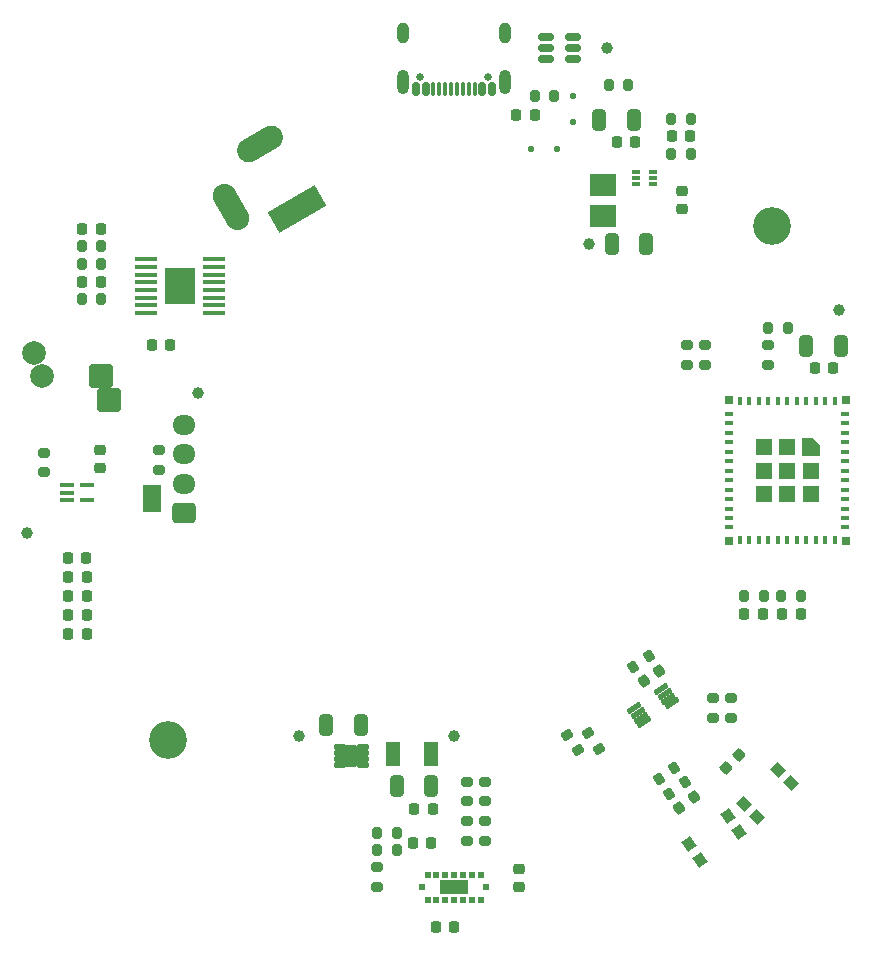
<source format=gts>
%TF.GenerationSoftware,KiCad,Pcbnew,9.0.2*%
%TF.CreationDate,2026-02-17T19:29:26+01:00*%
%TF.ProjectId,LumiCtrl,4c756d69-4374-4726-9c2e-6b696361645f,rev11*%
%TF.SameCoordinates,Original*%
%TF.FileFunction,Soldermask,Top*%
%TF.FilePolarity,Negative*%
%FSLAX46Y46*%
G04 Gerber Fmt 4.6, Leading zero omitted, Abs format (unit mm)*
G04 Created by KiCad (PCBNEW 9.0.2) date 2026-02-17 19:29:26*
%MOMM*%
%LPD*%
G01*
G04 APERTURE LIST*
G04 Aperture macros list*
%AMRoundRect*
0 Rectangle with rounded corners*
0 $1 Rounding radius*
0 $2 $3 $4 $5 $6 $7 $8 $9 X,Y pos of 4 corners*
0 Add a 4 corners polygon primitive as box body*
4,1,4,$2,$3,$4,$5,$6,$7,$8,$9,$2,$3,0*
0 Add four circle primitives for the rounded corners*
1,1,$1+$1,$2,$3*
1,1,$1+$1,$4,$5*
1,1,$1+$1,$6,$7*
1,1,$1+$1,$8,$9*
0 Add four rect primitives between the rounded corners*
20,1,$1+$1,$2,$3,$4,$5,0*
20,1,$1+$1,$4,$5,$6,$7,0*
20,1,$1+$1,$6,$7,$8,$9,0*
20,1,$1+$1,$8,$9,$2,$3,0*%
%AMHorizOval*
0 Thick line with rounded ends*
0 $1 width*
0 $2 $3 position (X,Y) of the first rounded end (center of the circle)*
0 $4 $5 position (X,Y) of the second rounded end (center of the circle)*
0 Add line between two ends*
20,1,$1,$2,$3,$4,$5,0*
0 Add two circle primitives to create the rounded ends*
1,1,$1,$2,$3*
1,1,$1,$4,$5*%
%AMRotRect*
0 Rectangle, with rotation*
0 The origin of the aperture is its center*
0 $1 length*
0 $2 width*
0 $3 Rotation angle, in degrees counterclockwise*
0 Add horizontal line*
21,1,$1,$2,0,0,$3*%
%AMOutline5P*
0 Free polygon, 5 corners , with rotation*
0 The origin of the aperture is its center*
0 number of corners: always 5*
0 $1 to $10 corner X, Y*
0 $11 Rotation angle, in degrees counterclockwise*
0 create outline with 5 corners*
4,1,5,$1,$2,$3,$4,$5,$6,$7,$8,$9,$10,$1,$2,$11*%
%AMOutline6P*
0 Free polygon, 6 corners , with rotation*
0 The origin of the aperture is its center*
0 number of corners: always 6*
0 $1 to $12 corner X, Y*
0 $13 Rotation angle, in degrees counterclockwise*
0 create outline with 6 corners*
4,1,6,$1,$2,$3,$4,$5,$6,$7,$8,$9,$10,$11,$12,$1,$2,$13*%
%AMOutline7P*
0 Free polygon, 7 corners , with rotation*
0 The origin of the aperture is its center*
0 number of corners: always 7*
0 $1 to $14 corner X, Y*
0 $15 Rotation angle, in degrees counterclockwise*
0 create outline with 7 corners*
4,1,7,$1,$2,$3,$4,$5,$6,$7,$8,$9,$10,$11,$12,$13,$14,$1,$2,$15*%
%AMOutline8P*
0 Free polygon, 8 corners , with rotation*
0 The origin of the aperture is its center*
0 number of corners: always 8*
0 $1 to $16 corner X, Y*
0 $17 Rotation angle, in degrees counterclockwise*
0 create outline with 8 corners*
4,1,8,$1,$2,$3,$4,$5,$6,$7,$8,$9,$10,$11,$12,$13,$14,$15,$16,$1,$2,$17*%
G04 Aperture macros list end*
%ADD10RoundRect,0.225000X0.225000X0.250000X-0.225000X0.250000X-0.225000X-0.250000X0.225000X-0.250000X0*%
%ADD11RoundRect,0.218750X-0.218750X-0.256250X0.218750X-0.256250X0.218750X0.256250X-0.218750X0.256250X0*%
%ADD12RoundRect,0.200000X-0.200000X-0.275000X0.200000X-0.275000X0.200000X0.275000X-0.200000X0.275000X0*%
%ADD13C,3.200000*%
%ADD14RoundRect,0.200000X0.006097X0.339982X-0.321564X0.110552X-0.006097X-0.339982X0.321564X-0.110552X0*%
%ADD15RoundRect,0.225000X-0.040915X-0.333843X0.327703X-0.075733X0.040915X0.333843X-0.327703X0.075733X0*%
%ADD16RotRect,4.600000X2.000000X210.000000*%
%ADD17HorizOval,2.000000X-0.952628X-0.550000X0.952628X0.550000X0*%
%ADD18HorizOval,2.000000X-0.550000X0.952628X0.550000X-0.952628X0*%
%ADD19RoundRect,0.225000X0.250000X-0.225000X0.250000X0.225000X-0.250000X0.225000X-0.250000X-0.225000X0*%
%ADD20RoundRect,0.250000X-0.325000X-0.650000X0.325000X-0.650000X0.325000X0.650000X-0.325000X0.650000X0*%
%ADD21R,2.200000X1.825000*%
%ADD22RoundRect,0.200000X-0.275000X0.200000X-0.275000X-0.200000X0.275000X-0.200000X0.275000X0.200000X0*%
%ADD23RoundRect,0.200000X0.275000X-0.200000X0.275000X0.200000X-0.275000X0.200000X-0.275000X-0.200000X0*%
%ADD24RotRect,0.900000X1.000000X225.000000*%
%ADD25RoundRect,0.150000X-0.512500X-0.150000X0.512500X-0.150000X0.512500X0.150000X-0.512500X0.150000X0*%
%ADD26RoundRect,0.218750X0.218750X0.256250X-0.218750X0.256250X-0.218750X-0.256250X0.218750X-0.256250X0*%
%ADD27RoundRect,0.060500X-0.411500X-0.181500X0.411500X-0.181500X0.411500X0.181500X-0.411500X0.181500X0*%
%ADD28RoundRect,0.102000X-0.450000X-0.800000X0.450000X-0.800000X0.450000X0.800000X-0.450000X0.800000X0*%
%ADD29C,1.000000*%
%ADD30RoundRect,0.125000X0.125000X-0.125000X0.125000X0.125000X-0.125000X0.125000X-0.125000X-0.125000X0*%
%ADD31RoundRect,0.225000X-0.225000X-0.250000X0.225000X-0.250000X0.225000X0.250000X-0.225000X0.250000X0*%
%ADD32R,1.219200X0.304800*%
%ADD33RoundRect,0.250000X0.325000X0.650000X-0.325000X0.650000X-0.325000X-0.650000X0.325000X-0.650000X0*%
%ADD34RoundRect,0.200000X0.200000X0.275000X-0.200000X0.275000X-0.200000X-0.275000X0.200000X-0.275000X0*%
%ADD35R,1.200000X2.000000*%
%ADD36RoundRect,0.225000X0.040915X0.333843X-0.327703X0.075733X-0.040915X-0.333843X0.327703X-0.075733X0*%
%ADD37RoundRect,0.059250X-0.391791X-0.491327X0.595697X0.200119X0.391791X0.491327X-0.595697X-0.200119X0*%
%ADD38R,1.955432X0.420766*%
%ADD39R,2.660000X3.059999*%
%ADD40RoundRect,0.200000X0.339982X-0.006097X0.110552X0.321564X-0.339982X0.006097X-0.110552X-0.321564X0*%
%ADD41RoundRect,0.125000X0.125000X0.125000X-0.125000X0.125000X-0.125000X-0.125000X0.125000X-0.125000X0*%
%ADD42RotRect,0.900000X1.000000X35.000000*%
%ADD43RoundRect,0.250000X0.750000X0.750000X-0.750000X0.750000X-0.750000X-0.750000X0.750000X-0.750000X0*%
%ADD44C,2.000000*%
%ADD45RoundRect,0.225000X0.017678X-0.335876X0.335876X-0.017678X-0.017678X0.335876X-0.335876X0.017678X0*%
%ADD46C,0.650000*%
%ADD47RoundRect,0.150000X0.150000X0.425000X-0.150000X0.425000X-0.150000X-0.425000X0.150000X-0.425000X0*%
%ADD48RoundRect,0.075000X0.075000X0.500000X-0.075000X0.500000X-0.075000X-0.500000X0.075000X-0.500000X0*%
%ADD49O,1.000000X2.100000*%
%ADD50O,1.000000X1.800000*%
%ADD51R,0.400000X0.800000*%
%ADD52R,0.800000X0.400000*%
%ADD53Outline5P,-0.725000X0.130500X-0.130500X0.725000X0.725000X0.725000X0.725000X-0.725000X-0.725000X-0.725000X270.000000*%
%ADD54R,1.450000X1.450000*%
%ADD55R,0.700000X0.700000*%
%ADD56RoundRect,0.087500X-0.250000X-0.087500X0.250000X-0.087500X0.250000X0.087500X-0.250000X0.087500X0*%
%ADD57RoundRect,0.200000X-0.339982X0.006097X-0.110552X-0.321564X0.339982X-0.006097X0.110552X0.321564X0*%
%ADD58R,0.533400X0.533400*%
%ADD59R,0.558800X0.533400*%
%ADD60R,2.336800X1.219200*%
%ADD61RoundRect,0.200000X-0.006097X-0.339982X0.321564X-0.110552X0.006097X0.339982X-0.321564X0.110552X0*%
%ADD62R,1.500000X1.000000*%
%ADD63RoundRect,0.250000X0.725000X-0.600000X0.725000X0.600000X-0.725000X0.600000X-0.725000X-0.600000X0*%
%ADD64O,1.950000X1.700000*%
G04 APERTURE END LIST*
%TO.C,JP2*%
G36*
X75150000Y-102200000D02*
G01*
X73650000Y-102200000D01*
X73650000Y-102500000D01*
X75150000Y-102500000D01*
X75150000Y-102200000D01*
G37*
%TD*%
D10*
%TO.C,C21*%
X70075000Y-79500000D03*
X68525000Y-79500000D03*
%TD*%
D11*
%TO.C,1V8*%
X67287500Y-107410000D03*
X68862500Y-107410000D03*
%TD*%
D12*
%TO.C,R38*%
X93475000Y-132150000D03*
X95125000Y-132150000D03*
%TD*%
D11*
%TO.C,5V*%
X67312500Y-112200000D03*
X68887500Y-112200000D03*
%TD*%
D13*
%TO.C,H1*%
X126900000Y-79300000D03*
%TD*%
D14*
%TO.C,R3*%
X118651310Y-125163361D03*
X117299710Y-126109761D03*
%TD*%
D15*
%TO.C,C4*%
X119065157Y-128544522D03*
X120334843Y-127655478D03*
%TD*%
D16*
%TO.C,J1*%
X86700000Y-77800000D03*
D17*
X83550000Y-72344040D03*
D18*
X81093078Y-77688526D03*
%TD*%
D12*
%TO.C,R26*%
X68475000Y-82500000D03*
X70125000Y-82500000D03*
%TD*%
D19*
%TO.C,C24*%
X70000000Y-99775000D03*
X70000000Y-98225000D03*
%TD*%
D20*
%TO.C,C11*%
X112250000Y-70305000D03*
X115200000Y-70305000D03*
%TD*%
D21*
%TO.C,L1*%
X112625000Y-75817500D03*
X112625000Y-78392500D03*
%TD*%
D22*
%TO.C,R37*%
X93500000Y-133575000D03*
X93500000Y-135225000D03*
%TD*%
%TO.C,R39*%
X101100000Y-126350000D03*
X101100000Y-128000000D03*
%TD*%
D11*
%TO.C,VBUS*%
X67312500Y-110600000D03*
X68887500Y-110600000D03*
%TD*%
D23*
%TO.C,R61*%
X121900000Y-120925000D03*
X121900000Y-119275000D03*
%TD*%
D24*
%TO.C,SW1*%
X128531370Y-126431371D03*
X125632232Y-129330508D03*
X127400000Y-125300000D03*
X124500862Y-128199137D03*
%TD*%
D25*
%TO.C,U3*%
X107787501Y-63250000D03*
X107787501Y-64200000D03*
X107787501Y-65150000D03*
X110062501Y-65150000D03*
X110062501Y-64200000D03*
X110062501Y-63250000D03*
%TD*%
D26*
%TO.C,D1*%
X126137500Y-112100000D03*
X124562500Y-112100000D03*
%TD*%
D27*
%TO.C,U2*%
X90300000Y-123400000D03*
X90300000Y-123900000D03*
X90300000Y-124400000D03*
X90300000Y-124900000D03*
X92270000Y-124900000D03*
X92270000Y-124400000D03*
X92270000Y-123900000D03*
X92270000Y-123400000D03*
D28*
X91285000Y-124150000D03*
%TD*%
D29*
%TO.C,TP10*%
X63800000Y-105300000D03*
%TD*%
D12*
%TO.C,R29*%
X127687500Y-110600000D03*
X129337500Y-110600000D03*
%TD*%
D13*
%TO.C,H2*%
X75800000Y-122800000D03*
%TD*%
D30*
%TO.C,D7*%
X110100000Y-70450000D03*
X110100000Y-68250000D03*
%TD*%
D31*
%TO.C,C22*%
X74425000Y-89350000D03*
X75975000Y-89350000D03*
%TD*%
D32*
%TO.C,U7*%
X67198200Y-101200000D03*
X67198200Y-101849999D03*
X67198200Y-102499998D03*
X68900000Y-102499998D03*
X68900000Y-101200000D03*
%TD*%
D20*
%TO.C,C1*%
X129825000Y-89400000D03*
X132775000Y-89400000D03*
%TD*%
D11*
%TO.C,D2*%
X127775000Y-112100000D03*
X129350000Y-112100000D03*
%TD*%
D14*
%TO.C,R58*%
X116500000Y-115700000D03*
X115148400Y-116646402D03*
%TD*%
D29*
%TO.C,TP9*%
X132600000Y-86400000D03*
%TD*%
D33*
%TO.C,C27*%
X98075000Y-126700000D03*
X95125000Y-126700000D03*
%TD*%
D34*
%TO.C,R27*%
X70125000Y-81000000D03*
X68475000Y-81000000D03*
%TD*%
D35*
%TO.C,L2*%
X94800000Y-124000000D03*
X98000000Y-124000000D03*
%TD*%
D22*
%TO.C,R42*%
X101100000Y-129683039D03*
X101100000Y-131333039D03*
%TD*%
D34*
%TO.C,R31*%
X70125000Y-85500000D03*
X68475000Y-85500000D03*
%TD*%
D29*
%TO.C,TP5*%
X112950000Y-64200000D03*
%TD*%
D19*
%TO.C,C15*%
X119300000Y-77875000D03*
X119300000Y-76325000D03*
%TD*%
D36*
%TO.C,C7*%
X117334843Y-116955478D03*
X116065157Y-117844522D03*
%TD*%
D37*
%TO.C,U4*%
X115237818Y-120083022D03*
X115524606Y-120492598D03*
X115811394Y-120902174D03*
X116098183Y-121311750D03*
X118400000Y-119700000D03*
X118113212Y-119290424D03*
X117826424Y-118880848D03*
X117539635Y-118471272D03*
%TD*%
D20*
%TO.C,C13*%
X113325000Y-80800000D03*
X116275000Y-80800000D03*
%TD*%
D22*
%TO.C,R40*%
X102600000Y-126350000D03*
X102600000Y-128000000D03*
%TD*%
%TO.C,R34*%
X75000000Y-98275000D03*
X75000000Y-99925000D03*
%TD*%
D38*
%TO.C,U6*%
X79650768Y-86649998D03*
X79650768Y-86000000D03*
X79650768Y-85349998D03*
X79650768Y-84700000D03*
X79650768Y-84049998D03*
X79650768Y-83400000D03*
X79650768Y-82749998D03*
X79650768Y-82100000D03*
X73900000Y-82100000D03*
X73900000Y-82749998D03*
X73900000Y-83400000D03*
X73900000Y-84049998D03*
X73900000Y-84700000D03*
X73900000Y-85349998D03*
X73900000Y-86000000D03*
X73900000Y-86649998D03*
D39*
X76775384Y-84374999D03*
%TD*%
D23*
%TO.C,R10*%
X119700000Y-91025000D03*
X119700000Y-89375000D03*
%TD*%
D40*
%TO.C,R59*%
X110515194Y-123685995D03*
X109568792Y-122334395D03*
%TD*%
D12*
%TO.C,R30*%
X124575000Y-110600000D03*
X126225000Y-110600000D03*
%TD*%
D22*
%TO.C,R53*%
X102598735Y-129675000D03*
X102598735Y-131325000D03*
%TD*%
D29*
%TO.C,TP8*%
X111400000Y-80800000D03*
%TD*%
D41*
%TO.C,D6*%
X108700000Y-72800000D03*
X106500000Y-72800000D03*
%TD*%
D11*
%TO.C,3V3*%
X67312500Y-109000000D03*
X68887500Y-109000000D03*
%TD*%
D10*
%TO.C,C30*%
X98175000Y-128600000D03*
X96625000Y-128600000D03*
%TD*%
D29*
%TO.C,TP6*%
X86900000Y-122500000D03*
%TD*%
D42*
%TO.C,SW2*%
X119861878Y-131620509D03*
X123220400Y-129268847D03*
X120779600Y-132931153D03*
X124138122Y-130579491D03*
%TD*%
D43*
%TO.C,C18*%
X70772144Y-94000000D03*
X70100000Y-92000000D03*
D44*
X65100000Y-92000000D03*
X64427856Y-90000000D03*
%TD*%
D22*
%TO.C,R62*%
X123400000Y-119275000D03*
X123400000Y-120925000D03*
%TD*%
D34*
%TO.C,R20*%
X120025000Y-73200000D03*
X118375000Y-73200000D03*
%TD*%
D29*
%TO.C,TP3*%
X78300000Y-93400000D03*
%TD*%
D45*
%TO.C,C3*%
X123051992Y-125148008D03*
X124148008Y-124051992D03*
%TD*%
D46*
%TO.C,J4*%
X102870000Y-66625000D03*
X97090000Y-66625000D03*
D47*
X103180000Y-67700000D03*
X102380000Y-67700000D03*
D48*
X101230000Y-67700000D03*
X100230000Y-67700000D03*
X99730000Y-67700000D03*
X98730000Y-67700000D03*
D47*
X97580000Y-67700000D03*
X96780000Y-67700000D03*
X96780000Y-67700000D03*
X97580000Y-67700000D03*
D48*
X98230000Y-67700000D03*
X99230000Y-67700000D03*
X100730000Y-67700000D03*
X101730000Y-67700000D03*
D47*
X102380000Y-67700000D03*
X103180000Y-67700000D03*
D49*
X104300000Y-67125000D03*
D50*
X104300000Y-62945000D03*
D49*
X95660000Y-67125000D03*
D50*
X95660000Y-62945000D03*
%TD*%
D19*
%TO.C,C29*%
X105500000Y-135275000D03*
X105500000Y-133725000D03*
%TD*%
D51*
%TO.C,U1*%
X132200000Y-94100000D03*
X131400000Y-94100000D03*
X130600000Y-94100000D03*
X129800000Y-94100000D03*
X129000000Y-94100000D03*
X128200000Y-94100000D03*
X127400000Y-94100000D03*
X126600000Y-94100000D03*
X125800000Y-94100000D03*
X125000000Y-94100000D03*
X124200000Y-94100000D03*
D52*
X123300000Y-95200000D03*
X123300000Y-96000000D03*
X123300000Y-96800000D03*
X123300000Y-97600000D03*
X123300000Y-98400000D03*
X123300000Y-99200000D03*
X123300000Y-100000000D03*
X123300000Y-100800000D03*
X123300000Y-101600000D03*
X123300000Y-102400000D03*
X123300000Y-103200000D03*
X123300000Y-104000000D03*
X123300000Y-104800000D03*
D51*
X124200000Y-105900000D03*
X125000000Y-105900000D03*
X125800000Y-105900000D03*
X126600000Y-105900000D03*
X127400000Y-105900000D03*
X128200000Y-105900000D03*
X129000000Y-105900000D03*
X129800000Y-105900000D03*
X130600000Y-105900000D03*
X131400000Y-105900000D03*
X132200000Y-105900000D03*
D52*
X133100000Y-104800000D03*
X133100000Y-104000000D03*
X133100000Y-103200000D03*
X133100000Y-102400000D03*
X133100000Y-101600000D03*
X133100000Y-100800000D03*
X133100000Y-100000000D03*
X133100000Y-99200000D03*
X133100000Y-98400000D03*
X133100000Y-97600000D03*
X133100000Y-96800000D03*
X133100000Y-96000000D03*
X133100000Y-95200000D03*
D53*
X130175000Y-98025000D03*
D54*
X128200000Y-98025000D03*
X126225000Y-98025000D03*
X130175000Y-100000000D03*
X128200000Y-100000000D03*
X126225000Y-100000000D03*
X130175000Y-101975000D03*
X128200000Y-101975000D03*
X126225000Y-101975000D03*
D55*
X133150000Y-105950000D03*
X123250000Y-105950000D03*
X123250000Y-94050000D03*
X133150000Y-94050000D03*
%TD*%
D23*
%TO.C,R35*%
X65300000Y-100125000D03*
X65300000Y-98475000D03*
%TD*%
D11*
%TO.C,FB1*%
X105262500Y-69850000D03*
X106837500Y-69850000D03*
%TD*%
D56*
%TO.C,U5*%
X115400000Y-74700000D03*
X115400000Y-75200000D03*
X115400000Y-75700000D03*
X116825000Y-75700000D03*
X116825000Y-75200000D03*
X116825000Y-74700000D03*
%TD*%
D31*
%TO.C,C19*%
X68525000Y-84000000D03*
X70075000Y-84000000D03*
%TD*%
D33*
%TO.C,C6*%
X92125000Y-121550000D03*
X89175000Y-121550000D03*
%TD*%
D12*
%TO.C,R8*%
X106825000Y-68250000D03*
X108475000Y-68250000D03*
%TD*%
%TO.C,R36*%
X93475000Y-130650000D03*
X95125000Y-130650000D03*
%TD*%
D57*
%TO.C,R60*%
X111326799Y-122224200D03*
X112273201Y-123575800D03*
%TD*%
D22*
%TO.C,R2*%
X126600000Y-89375000D03*
X126600000Y-91025000D03*
%TD*%
D12*
%TO.C,R21*%
X118375000Y-70200000D03*
X120025000Y-70200000D03*
%TD*%
D11*
%TO.C,12V*%
X67325000Y-113800000D03*
X68900000Y-113800000D03*
%TD*%
D34*
%TO.C,R1*%
X128250000Y-87900000D03*
X126600000Y-87900000D03*
%TD*%
D10*
%TO.C,C28*%
X98075000Y-131500000D03*
X96525000Y-131500000D03*
%TD*%
D58*
%TO.C,U9*%
X97749999Y-134200000D03*
X98500000Y-134200000D03*
X99249999Y-134200000D03*
X100000000Y-134200000D03*
X100750001Y-134200000D03*
X101500000Y-134200000D03*
X102250001Y-134200000D03*
D59*
X97282500Y-135257501D03*
D60*
X100000000Y-135257501D03*
D59*
X102717500Y-135257501D03*
D58*
X97749999Y-136315002D03*
X98500000Y-136315002D03*
X99249999Y-136315002D03*
X100000000Y-136315002D03*
X100750001Y-136315002D03*
X101500000Y-136315002D03*
X102250001Y-136315002D03*
%TD*%
D12*
%TO.C,R9*%
X113075000Y-67300000D03*
X114725000Y-67300000D03*
%TD*%
D10*
%TO.C,C14*%
X119975000Y-71700000D03*
X118425000Y-71700000D03*
%TD*%
D31*
%TO.C,C9*%
X113750000Y-72205000D03*
X115300000Y-72205000D03*
%TD*%
D61*
%TO.C,R4*%
X118158877Y-127332102D03*
X119510477Y-126385700D03*
%TD*%
D62*
%TO.C,JP2*%
X74400000Y-101700000D03*
X74400000Y-103000000D03*
%TD*%
D23*
%TO.C,R17*%
X121200000Y-91025000D03*
X121200000Y-89375000D03*
%TD*%
D31*
%TO.C,C2*%
X130525000Y-91300000D03*
X132075000Y-91300000D03*
%TD*%
D29*
%TO.C,TP7*%
X100000000Y-122500000D03*
%TD*%
D10*
%TO.C,C5*%
X99975000Y-138600000D03*
X98425000Y-138600000D03*
%TD*%
D63*
%TO.C,J3*%
X77125000Y-103600000D03*
D64*
X77125000Y-101100000D03*
X77125000Y-98600000D03*
X77125000Y-96100000D03*
%TD*%
M02*

</source>
